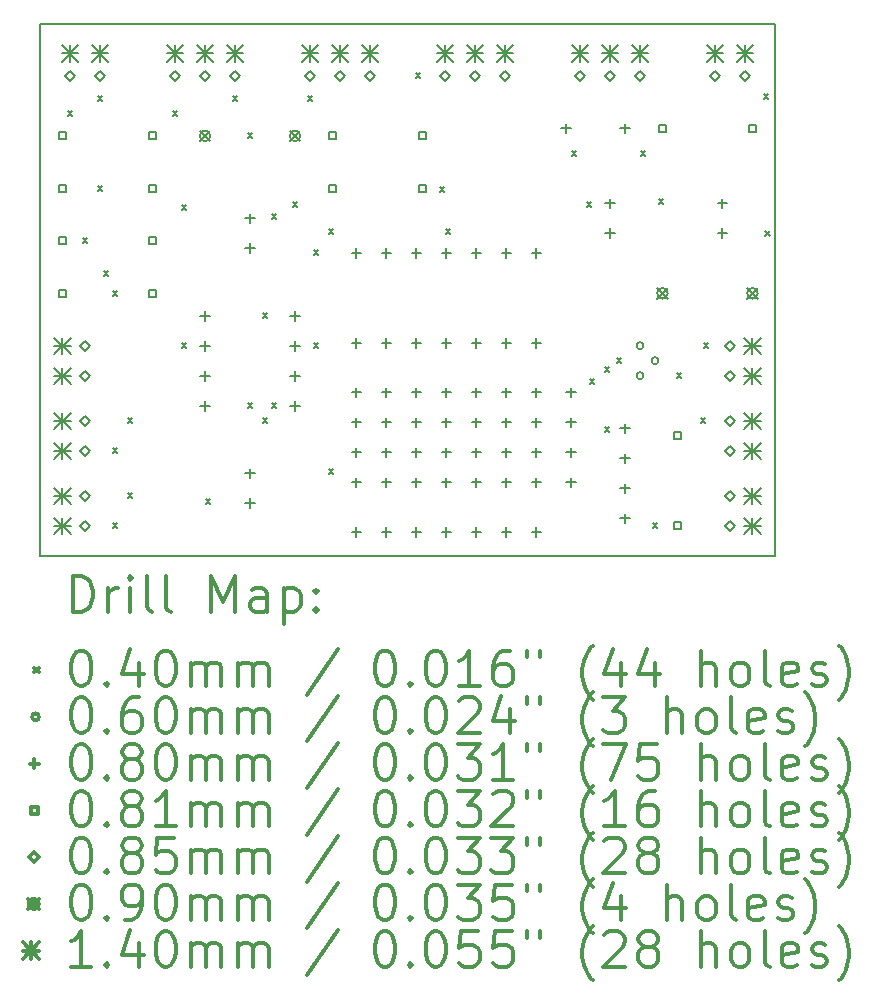
<source format=gbr>
%FSLAX45Y45*%
G04 Gerber Fmt 4.5, Leading zero omitted, Abs format (unit mm)*
G04 Created by KiCad (PCBNEW (2017-11-10 revision 636298b5d)-pre-sym-lib) date Thursday, December 14, 2017 'PMt' 04:52:31 PM*
%MOMM*%
%LPD*%
G01*
G04 APERTURE LIST*
%ADD10C,0.150000*%
%ADD11C,0.200000*%
%ADD12C,0.300000*%
G04 APERTURE END LIST*
D10*
X0Y0D02*
X6223000Y0D01*
X6223000Y4500000D02*
X6223000Y0D01*
X0Y4500000D02*
X6223000Y4500000D01*
X0Y0D02*
X0Y4500000D01*
D11*
X234000Y3766500D02*
X274000Y3726500D01*
X274000Y3766500D02*
X234000Y3726500D01*
X361000Y2687000D02*
X401000Y2647000D01*
X401000Y2687000D02*
X361000Y2647000D01*
X488000Y3893500D02*
X528000Y3853500D01*
X528000Y3893500D02*
X488000Y3853500D01*
X488000Y3131500D02*
X528000Y3091500D01*
X528000Y3131500D02*
X488000Y3091500D01*
X538800Y2407600D02*
X578800Y2367600D01*
X578800Y2407600D02*
X538800Y2367600D01*
X615000Y2242500D02*
X655000Y2202500D01*
X655000Y2242500D02*
X615000Y2202500D01*
X615000Y909000D02*
X655000Y869000D01*
X655000Y909000D02*
X615000Y869000D01*
X615000Y274000D02*
X655000Y234000D01*
X655000Y274000D02*
X615000Y234000D01*
X742000Y1163000D02*
X782000Y1123000D01*
X782000Y1163000D02*
X742000Y1123000D01*
X742000Y528000D02*
X782000Y488000D01*
X782000Y528000D02*
X742000Y488000D01*
X1123000Y3766500D02*
X1163000Y3726500D01*
X1163000Y3766500D02*
X1123000Y3726500D01*
X1199200Y2966400D02*
X1239200Y2926400D01*
X1239200Y2966400D02*
X1199200Y2926400D01*
X1199200Y1798000D02*
X1239200Y1758000D01*
X1239200Y1798000D02*
X1199200Y1758000D01*
X1402400Y477200D02*
X1442400Y437200D01*
X1442400Y477200D02*
X1402400Y437200D01*
X1631000Y3893500D02*
X1671000Y3853500D01*
X1671000Y3893500D02*
X1631000Y3853500D01*
X1758000Y3576000D02*
X1798000Y3536000D01*
X1798000Y3576000D02*
X1758000Y3536000D01*
X1758000Y1290000D02*
X1798000Y1250000D01*
X1798000Y1290000D02*
X1758000Y1250000D01*
X1885000Y2052000D02*
X1925000Y2012000D01*
X1925000Y2052000D02*
X1885000Y2012000D01*
X1885000Y1163000D02*
X1925000Y1123000D01*
X1925000Y1163000D02*
X1885000Y1123000D01*
X1961200Y2890200D02*
X2001200Y2850200D01*
X2001200Y2890200D02*
X1961200Y2850200D01*
X1961200Y1290000D02*
X2001200Y1250000D01*
X2001200Y1290000D02*
X1961200Y1250000D01*
X2139000Y2991800D02*
X2179000Y2951800D01*
X2179000Y2991800D02*
X2139000Y2951800D01*
X2266000Y3893500D02*
X2306000Y3853500D01*
X2306000Y3893500D02*
X2266000Y3853500D01*
X2316800Y2585400D02*
X2356800Y2545400D01*
X2356800Y2585400D02*
X2316800Y2545400D01*
X2316800Y1798000D02*
X2356800Y1758000D01*
X2356800Y1798000D02*
X2316800Y1758000D01*
X2443800Y2763200D02*
X2483800Y2723200D01*
X2483800Y2763200D02*
X2443800Y2723200D01*
X2443800Y731200D02*
X2483800Y691200D01*
X2483800Y731200D02*
X2443800Y691200D01*
X3180400Y4084000D02*
X3220400Y4044000D01*
X3220400Y4084000D02*
X3180400Y4044000D01*
X3383600Y3118800D02*
X3423600Y3078800D01*
X3423600Y3118800D02*
X3383600Y3078800D01*
X3434400Y2763200D02*
X3474400Y2723200D01*
X3474400Y2763200D02*
X3434400Y2723200D01*
X4501200Y3423600D02*
X4541200Y3383600D01*
X4541200Y3423600D02*
X4501200Y3383600D01*
X4628200Y2991800D02*
X4668200Y2951800D01*
X4668200Y2991800D02*
X4628200Y2951800D01*
X4653600Y1493200D02*
X4693600Y1453200D01*
X4693600Y1493200D02*
X4653600Y1453200D01*
X4780600Y1594800D02*
X4820600Y1554800D01*
X4820600Y1594800D02*
X4780600Y1554800D01*
X4780600Y1086800D02*
X4820600Y1046800D01*
X4820600Y1086800D02*
X4780600Y1046800D01*
X4882200Y1671000D02*
X4922200Y1631000D01*
X4922200Y1671000D02*
X4882200Y1631000D01*
X5085400Y3423600D02*
X5125400Y3383600D01*
X5125400Y3423600D02*
X5085400Y3383600D01*
X5187000Y274000D02*
X5227000Y234000D01*
X5227000Y274000D02*
X5187000Y234000D01*
X5237800Y3017200D02*
X5277800Y2977200D01*
X5277800Y3017200D02*
X5237800Y2977200D01*
X5390200Y1544000D02*
X5430200Y1504000D01*
X5430200Y1544000D02*
X5390200Y1504000D01*
X5593400Y1163000D02*
X5633400Y1123000D01*
X5633400Y1163000D02*
X5593400Y1123000D01*
X5618800Y1798000D02*
X5658800Y1758000D01*
X5658800Y1798000D02*
X5618800Y1758000D01*
X6126800Y3906200D02*
X6166800Y3866200D01*
X6166800Y3906200D02*
X6126800Y3866200D01*
X6139500Y2750500D02*
X6179500Y2710500D01*
X6179500Y2750500D02*
X6139500Y2710500D01*
X5110000Y1778000D02*
G75*
G03X5110000Y1778000I-30000J0D01*
G01*
X5110000Y1524000D02*
G75*
G03X5110000Y1524000I-30000J0D01*
G01*
X5237000Y1651000D02*
G75*
G03X5237000Y1651000I-30000J0D01*
G01*
X1778000Y738500D02*
X1778000Y658500D01*
X1738000Y698500D02*
X1818000Y698500D01*
X1778000Y488500D02*
X1778000Y408500D01*
X1738000Y448500D02*
X1818000Y448500D01*
X2679700Y1424300D02*
X2679700Y1344300D01*
X2639700Y1384300D02*
X2719700Y1384300D01*
X2679700Y1170300D02*
X2679700Y1090300D01*
X2639700Y1130300D02*
X2719700Y1130300D01*
X2679700Y916300D02*
X2679700Y836300D01*
X2639700Y876300D02*
X2719700Y876300D01*
X2679700Y662300D02*
X2679700Y582300D01*
X2639700Y622300D02*
X2719700Y622300D01*
X2933700Y1424300D02*
X2933700Y1344300D01*
X2893700Y1384300D02*
X2973700Y1384300D01*
X2933700Y1170300D02*
X2933700Y1090300D01*
X2893700Y1130300D02*
X2973700Y1130300D01*
X2933700Y916300D02*
X2933700Y836300D01*
X2893700Y876300D02*
X2973700Y876300D01*
X2933700Y662300D02*
X2933700Y582300D01*
X2893700Y622300D02*
X2973700Y622300D01*
X4453000Y3659500D02*
X4453000Y3579500D01*
X4413000Y3619500D02*
X4493000Y3619500D01*
X4953000Y3659500D02*
X4953000Y3579500D01*
X4913000Y3619500D02*
X4993000Y3619500D01*
X2679700Y243200D02*
X2679700Y163200D01*
X2639700Y203200D02*
X2719700Y203200D01*
X2933700Y243200D02*
X2933700Y163200D01*
X2893700Y203200D02*
X2973700Y203200D01*
X3187700Y243200D02*
X3187700Y163200D01*
X3147700Y203200D02*
X3227700Y203200D01*
X3441700Y243200D02*
X3441700Y163200D01*
X3401700Y203200D02*
X3481700Y203200D01*
X3695700Y243200D02*
X3695700Y163200D01*
X3655700Y203200D02*
X3735700Y203200D01*
X3949700Y243200D02*
X3949700Y163200D01*
X3909700Y203200D02*
X3989700Y203200D01*
X4203700Y243200D02*
X4203700Y163200D01*
X4163700Y203200D02*
X4243700Y203200D01*
X3441700Y1424300D02*
X3441700Y1344300D01*
X3401700Y1384300D02*
X3481700Y1384300D01*
X3441700Y1170300D02*
X3441700Y1090300D01*
X3401700Y1130300D02*
X3481700Y1130300D01*
X3441700Y916300D02*
X3441700Y836300D01*
X3401700Y876300D02*
X3481700Y876300D01*
X3441700Y662300D02*
X3441700Y582300D01*
X3401700Y622300D02*
X3481700Y622300D01*
X3695700Y1424300D02*
X3695700Y1344300D01*
X3655700Y1384300D02*
X3735700Y1384300D01*
X3695700Y1170300D02*
X3695700Y1090300D01*
X3655700Y1130300D02*
X3735700Y1130300D01*
X3695700Y916300D02*
X3695700Y836300D01*
X3655700Y876300D02*
X3735700Y876300D01*
X3695700Y662300D02*
X3695700Y582300D01*
X3655700Y622300D02*
X3735700Y622300D01*
X4203700Y1424300D02*
X4203700Y1344300D01*
X4163700Y1384300D02*
X4243700Y1384300D01*
X4203700Y1170300D02*
X4203700Y1090300D01*
X4163700Y1130300D02*
X4243700Y1130300D01*
X4203700Y916300D02*
X4203700Y836300D01*
X4163700Y876300D02*
X4243700Y876300D01*
X4203700Y662300D02*
X4203700Y582300D01*
X4163700Y622300D02*
X4243700Y622300D01*
X2159000Y1564000D02*
X2159000Y1484000D01*
X2119000Y1524000D02*
X2199000Y1524000D01*
X4953000Y1119500D02*
X4953000Y1039500D01*
X4913000Y1079500D02*
X4993000Y1079500D01*
X4953000Y865500D02*
X4953000Y785500D01*
X4913000Y825500D02*
X4993000Y825500D01*
X4953000Y611500D02*
X4953000Y531500D01*
X4913000Y571500D02*
X4993000Y571500D01*
X4953000Y357500D02*
X4953000Y277500D01*
X4913000Y317500D02*
X4993000Y317500D01*
X1397000Y2072000D02*
X1397000Y1992000D01*
X1357000Y2032000D02*
X1437000Y2032000D01*
X1397000Y1818000D02*
X1397000Y1738000D01*
X1357000Y1778000D02*
X1437000Y1778000D01*
X1397000Y1564000D02*
X1397000Y1484000D01*
X1357000Y1524000D02*
X1437000Y1524000D01*
X1397000Y1310000D02*
X1397000Y1230000D01*
X1357000Y1270000D02*
X1437000Y1270000D01*
X2159000Y2072000D02*
X2159000Y1992000D01*
X2119000Y2032000D02*
X2199000Y2032000D01*
X2159000Y1818000D02*
X2159000Y1738000D01*
X2119000Y1778000D02*
X2199000Y1778000D01*
X2159000Y1310000D02*
X2159000Y1230000D01*
X2119000Y1270000D02*
X2199000Y1270000D01*
X3949700Y1424300D02*
X3949700Y1344300D01*
X3909700Y1384300D02*
X3989700Y1384300D01*
X3949700Y1170300D02*
X3949700Y1090300D01*
X3909700Y1130300D02*
X3989700Y1130300D01*
X3949700Y916300D02*
X3949700Y836300D01*
X3909700Y876300D02*
X3989700Y876300D01*
X3949700Y662300D02*
X3949700Y582300D01*
X3909700Y622300D02*
X3989700Y622300D01*
X4495800Y1424300D02*
X4495800Y1344300D01*
X4455800Y1384300D02*
X4535800Y1384300D01*
X4495800Y1170300D02*
X4495800Y1090300D01*
X4455800Y1130300D02*
X4535800Y1130300D01*
X4495800Y916300D02*
X4495800Y836300D01*
X4455800Y876300D02*
X4535800Y876300D01*
X4495800Y662300D02*
X4495800Y582300D01*
X4455800Y622300D02*
X4535800Y622300D01*
X3187700Y1424300D02*
X3187700Y1344300D01*
X3147700Y1384300D02*
X3227700Y1384300D01*
X3187700Y1170300D02*
X3187700Y1090300D01*
X3147700Y1130300D02*
X3227700Y1130300D01*
X3187700Y916300D02*
X3187700Y836300D01*
X3147700Y876300D02*
X3227700Y876300D01*
X2679700Y2605400D02*
X2679700Y2525400D01*
X2639700Y2565400D02*
X2719700Y2565400D01*
X2933700Y2605400D02*
X2933700Y2525400D01*
X2893700Y2565400D02*
X2973700Y2565400D01*
X2933700Y1843400D02*
X2933700Y1763400D01*
X2893700Y1803400D02*
X2973700Y1803400D01*
X3187700Y2605400D02*
X3187700Y2525400D01*
X3147700Y2565400D02*
X3227700Y2565400D01*
X3187700Y1843400D02*
X3187700Y1763400D01*
X3147700Y1803400D02*
X3227700Y1803400D01*
X3441700Y2605400D02*
X3441700Y2525400D01*
X3401700Y2565400D02*
X3481700Y2565400D01*
X3441700Y1843400D02*
X3441700Y1763400D01*
X3401700Y1803400D02*
X3481700Y1803400D01*
X3695700Y2605400D02*
X3695700Y2525400D01*
X3655700Y2565400D02*
X3735700Y2565400D01*
X3695700Y1843400D02*
X3695700Y1763400D01*
X3655700Y1803400D02*
X3735700Y1803400D01*
X3949700Y2605400D02*
X3949700Y2525400D01*
X3909700Y2565400D02*
X3989700Y2565400D01*
X3949700Y1843400D02*
X3949700Y1763400D01*
X3909700Y1803400D02*
X3989700Y1803400D01*
X4203700Y1843400D02*
X4203700Y1763400D01*
X4163700Y1803400D02*
X4243700Y1803400D01*
X1778000Y2897500D02*
X1778000Y2817500D01*
X1738000Y2857500D02*
X1818000Y2857500D01*
X1778000Y2647500D02*
X1778000Y2567500D01*
X1738000Y2607500D02*
X1818000Y2607500D01*
X4826000Y3024500D02*
X4826000Y2944500D01*
X4786000Y2984500D02*
X4866000Y2984500D01*
X2679700Y1843400D02*
X2679700Y1763400D01*
X2639700Y1803400D02*
X2719700Y1803400D01*
X4203700Y2605400D02*
X4203700Y2525400D01*
X4163700Y2565400D02*
X4243700Y2565400D01*
X3187700Y662300D02*
X3187700Y582300D01*
X3147700Y622300D02*
X3227700Y622300D01*
X5778500Y3024500D02*
X5778500Y2944500D01*
X5738500Y2984500D02*
X5818500Y2984500D01*
X5778500Y2774500D02*
X5778500Y2694500D01*
X5738500Y2734500D02*
X5818500Y2734500D01*
X4826000Y2774500D02*
X4826000Y2694500D01*
X4786000Y2734500D02*
X4866000Y2734500D01*
X2505237Y3527263D02*
X2505237Y3584737D01*
X2447763Y3584737D01*
X2447763Y3527263D01*
X2505237Y3527263D01*
X3267237Y3527263D02*
X3267237Y3584737D01*
X3209763Y3584737D01*
X3209763Y3527263D01*
X3267237Y3527263D01*
X5299237Y3590763D02*
X5299237Y3648237D01*
X5241763Y3648237D01*
X5241763Y3590763D01*
X5299237Y3590763D01*
X6061237Y3590763D02*
X6061237Y3648237D01*
X6003763Y3648237D01*
X6003763Y3590763D01*
X6061237Y3590763D01*
X219237Y2638263D02*
X219237Y2695737D01*
X161763Y2695737D01*
X161763Y2638263D01*
X219237Y2638263D01*
X219237Y3082763D02*
X219237Y3140237D01*
X161763Y3140237D01*
X161763Y3082763D01*
X219237Y3082763D01*
X981237Y3082763D02*
X981237Y3140237D01*
X923763Y3140237D01*
X923763Y3082763D01*
X981237Y3082763D01*
X219237Y2193763D02*
X219237Y2251237D01*
X161763Y2251237D01*
X161763Y2193763D01*
X219237Y2193763D01*
X981237Y2193763D02*
X981237Y2251237D01*
X923763Y2251237D01*
X923763Y2193763D01*
X981237Y2193763D01*
X5426237Y987263D02*
X5426237Y1044737D01*
X5368763Y1044737D01*
X5368763Y987263D01*
X5426237Y987263D01*
X5426237Y225263D02*
X5426237Y282737D01*
X5368763Y282737D01*
X5368763Y225263D01*
X5426237Y225263D01*
X981237Y2638263D02*
X981237Y2695737D01*
X923763Y2695737D01*
X923763Y2638263D01*
X981237Y2638263D01*
X219237Y3527263D02*
X219237Y3584737D01*
X161763Y3584737D01*
X161763Y3527263D01*
X219237Y3527263D01*
X981237Y3527263D02*
X981237Y3584737D01*
X923763Y3584737D01*
X923763Y3527263D01*
X981237Y3527263D01*
X2505237Y3082763D02*
X2505237Y3140237D01*
X2447763Y3140237D01*
X2447763Y3082763D01*
X2505237Y3082763D01*
X3267237Y3082763D02*
X3267237Y3140237D01*
X3209763Y3140237D01*
X3209763Y3082763D01*
X3267237Y3082763D01*
X381000Y1100500D02*
X423500Y1143000D01*
X381000Y1185500D01*
X338500Y1143000D01*
X381000Y1100500D01*
X381000Y846500D02*
X423500Y889000D01*
X381000Y931500D01*
X338500Y889000D01*
X381000Y846500D01*
X508000Y4021500D02*
X550500Y4064000D01*
X508000Y4106500D01*
X465500Y4064000D01*
X508000Y4021500D01*
X5842000Y1735500D02*
X5884500Y1778000D01*
X5842000Y1820500D01*
X5799500Y1778000D01*
X5842000Y1735500D01*
X5842000Y1481500D02*
X5884500Y1524000D01*
X5842000Y1566500D01*
X5799500Y1524000D01*
X5842000Y1481500D01*
X5842000Y1100500D02*
X5884500Y1143000D01*
X5842000Y1185500D01*
X5799500Y1143000D01*
X5842000Y1100500D01*
X5842000Y846500D02*
X5884500Y889000D01*
X5842000Y931500D01*
X5799500Y889000D01*
X5842000Y846500D01*
X381000Y465500D02*
X423500Y508000D01*
X381000Y550500D01*
X338500Y508000D01*
X381000Y465500D01*
X381000Y211500D02*
X423500Y254000D01*
X381000Y296500D01*
X338500Y254000D01*
X381000Y211500D01*
X3429000Y4021500D02*
X3471500Y4064000D01*
X3429000Y4106500D01*
X3386500Y4064000D01*
X3429000Y4021500D01*
X3683000Y4021500D02*
X3725500Y4064000D01*
X3683000Y4106500D01*
X3640500Y4064000D01*
X3683000Y4021500D01*
X3937000Y4021500D02*
X3979500Y4064000D01*
X3937000Y4106500D01*
X3894500Y4064000D01*
X3937000Y4021500D01*
X5842000Y465500D02*
X5884500Y508000D01*
X5842000Y550500D01*
X5799500Y508000D01*
X5842000Y465500D01*
X5842000Y211500D02*
X5884500Y254000D01*
X5842000Y296500D01*
X5799500Y254000D01*
X5842000Y211500D01*
X4572000Y4021500D02*
X4614500Y4064000D01*
X4572000Y4106500D01*
X4529500Y4064000D01*
X4572000Y4021500D01*
X4826000Y4021500D02*
X4868500Y4064000D01*
X4826000Y4106500D01*
X4783500Y4064000D01*
X4826000Y4021500D01*
X5080000Y4021500D02*
X5122500Y4064000D01*
X5080000Y4106500D01*
X5037500Y4064000D01*
X5080000Y4021500D01*
X1143000Y4021500D02*
X1185500Y4064000D01*
X1143000Y4106500D01*
X1100500Y4064000D01*
X1143000Y4021500D01*
X1397000Y4021500D02*
X1439500Y4064000D01*
X1397000Y4106500D01*
X1354500Y4064000D01*
X1397000Y4021500D01*
X1651000Y4021500D02*
X1693500Y4064000D01*
X1651000Y4106500D01*
X1608500Y4064000D01*
X1651000Y4021500D01*
X381000Y1735500D02*
X423500Y1778000D01*
X381000Y1820500D01*
X338500Y1778000D01*
X381000Y1735500D01*
X381000Y1481500D02*
X423500Y1524000D01*
X381000Y1566500D01*
X338500Y1524000D01*
X381000Y1481500D01*
X2286000Y4021500D02*
X2328500Y4064000D01*
X2286000Y4106500D01*
X2243500Y4064000D01*
X2286000Y4021500D01*
X2540000Y4021500D02*
X2582500Y4064000D01*
X2540000Y4106500D01*
X2497500Y4064000D01*
X2540000Y4021500D01*
X2794000Y4021500D02*
X2836500Y4064000D01*
X2794000Y4106500D01*
X2751500Y4064000D01*
X2794000Y4021500D01*
X5715000Y4021500D02*
X5757500Y4064000D01*
X5715000Y4106500D01*
X5672500Y4064000D01*
X5715000Y4021500D01*
X5969000Y4021500D02*
X6011500Y4064000D01*
X5969000Y4106500D01*
X5926500Y4064000D01*
X5969000Y4021500D01*
X254000Y4021500D02*
X296500Y4064000D01*
X254000Y4106500D01*
X211500Y4064000D01*
X254000Y4021500D01*
X5225500Y2267500D02*
X5315500Y2177500D01*
X5315500Y2267500D02*
X5225500Y2177500D01*
X5315500Y2222500D02*
G75*
G03X5315500Y2222500I-45000J0D01*
G01*
X1352000Y3601000D02*
X1442000Y3511000D01*
X1442000Y3601000D02*
X1352000Y3511000D01*
X1442000Y3556000D02*
G75*
G03X1442000Y3556000I-45000J0D01*
G01*
X2114000Y3601000D02*
X2204000Y3511000D01*
X2204000Y3601000D02*
X2114000Y3511000D01*
X2204000Y3556000D02*
G75*
G03X2204000Y3556000I-45000J0D01*
G01*
X5987500Y2267500D02*
X6077500Y2177500D01*
X6077500Y2267500D02*
X5987500Y2177500D01*
X6077500Y2222500D02*
G75*
G03X6077500Y2222500I-45000J0D01*
G01*
X5962500Y1213000D02*
X6102500Y1073000D01*
X6102500Y1213000D02*
X5962500Y1073000D01*
X6032500Y1213000D02*
X6032500Y1073000D01*
X5962500Y1143000D02*
X6102500Y1143000D01*
X5962500Y959000D02*
X6102500Y819000D01*
X6102500Y959000D02*
X5962500Y819000D01*
X6032500Y959000D02*
X6032500Y819000D01*
X5962500Y889000D02*
X6102500Y889000D01*
X120500Y578000D02*
X260500Y438000D01*
X260500Y578000D02*
X120500Y438000D01*
X190500Y578000D02*
X190500Y438000D01*
X120500Y508000D02*
X260500Y508000D01*
X120500Y324000D02*
X260500Y184000D01*
X260500Y324000D02*
X120500Y184000D01*
X190500Y324000D02*
X190500Y184000D01*
X120500Y254000D02*
X260500Y254000D01*
X3867000Y4324500D02*
X4007000Y4184500D01*
X4007000Y4324500D02*
X3867000Y4184500D01*
X3937000Y4324500D02*
X3937000Y4184500D01*
X3867000Y4254500D02*
X4007000Y4254500D01*
X4502000Y4324500D02*
X4642000Y4184500D01*
X4642000Y4324500D02*
X4502000Y4184500D01*
X4572000Y4324500D02*
X4572000Y4184500D01*
X4502000Y4254500D02*
X4642000Y4254500D01*
X4756000Y4324500D02*
X4896000Y4184500D01*
X4896000Y4324500D02*
X4756000Y4184500D01*
X4826000Y4324500D02*
X4826000Y4184500D01*
X4756000Y4254500D02*
X4896000Y4254500D01*
X5010000Y4324500D02*
X5150000Y4184500D01*
X5150000Y4324500D02*
X5010000Y4184500D01*
X5080000Y4324500D02*
X5080000Y4184500D01*
X5010000Y4254500D02*
X5150000Y4254500D01*
X3359000Y4324500D02*
X3499000Y4184500D01*
X3499000Y4324500D02*
X3359000Y4184500D01*
X3429000Y4324500D02*
X3429000Y4184500D01*
X3359000Y4254500D02*
X3499000Y4254500D01*
X3613000Y4324500D02*
X3753000Y4184500D01*
X3753000Y4324500D02*
X3613000Y4184500D01*
X3683000Y4324500D02*
X3683000Y4184500D01*
X3613000Y4254500D02*
X3753000Y4254500D01*
X5962500Y578000D02*
X6102500Y438000D01*
X6102500Y578000D02*
X5962500Y438000D01*
X6032500Y578000D02*
X6032500Y438000D01*
X5962500Y508000D02*
X6102500Y508000D01*
X5962500Y324000D02*
X6102500Y184000D01*
X6102500Y324000D02*
X5962500Y184000D01*
X6032500Y324000D02*
X6032500Y184000D01*
X5962500Y254000D02*
X6102500Y254000D01*
X1073000Y4324500D02*
X1213000Y4184500D01*
X1213000Y4324500D02*
X1073000Y4184500D01*
X1143000Y4324500D02*
X1143000Y4184500D01*
X1073000Y4254500D02*
X1213000Y4254500D01*
X1327000Y4324500D02*
X1467000Y4184500D01*
X1467000Y4324500D02*
X1327000Y4184500D01*
X1397000Y4324500D02*
X1397000Y4184500D01*
X1327000Y4254500D02*
X1467000Y4254500D01*
X1581000Y4324500D02*
X1721000Y4184500D01*
X1721000Y4324500D02*
X1581000Y4184500D01*
X1651000Y4324500D02*
X1651000Y4184500D01*
X1581000Y4254500D02*
X1721000Y4254500D01*
X120500Y1848000D02*
X260500Y1708000D01*
X260500Y1848000D02*
X120500Y1708000D01*
X190500Y1848000D02*
X190500Y1708000D01*
X120500Y1778000D02*
X260500Y1778000D01*
X120500Y1594000D02*
X260500Y1454000D01*
X260500Y1594000D02*
X120500Y1454000D01*
X190500Y1594000D02*
X190500Y1454000D01*
X120500Y1524000D02*
X260500Y1524000D01*
X2216000Y4324500D02*
X2356000Y4184500D01*
X2356000Y4324500D02*
X2216000Y4184500D01*
X2286000Y4324500D02*
X2286000Y4184500D01*
X2216000Y4254500D02*
X2356000Y4254500D01*
X2470000Y4324500D02*
X2610000Y4184500D01*
X2610000Y4324500D02*
X2470000Y4184500D01*
X2540000Y4324500D02*
X2540000Y4184500D01*
X2470000Y4254500D02*
X2610000Y4254500D01*
X2724000Y4324500D02*
X2864000Y4184500D01*
X2864000Y4324500D02*
X2724000Y4184500D01*
X2794000Y4324500D02*
X2794000Y4184500D01*
X2724000Y4254500D02*
X2864000Y4254500D01*
X5645000Y4324500D02*
X5785000Y4184500D01*
X5785000Y4324500D02*
X5645000Y4184500D01*
X5715000Y4324500D02*
X5715000Y4184500D01*
X5645000Y4254500D02*
X5785000Y4254500D01*
X5899000Y4324500D02*
X6039000Y4184500D01*
X6039000Y4324500D02*
X5899000Y4184500D01*
X5969000Y4324500D02*
X5969000Y4184500D01*
X5899000Y4254500D02*
X6039000Y4254500D01*
X184000Y4324500D02*
X324000Y4184500D01*
X324000Y4324500D02*
X184000Y4184500D01*
X254000Y4324500D02*
X254000Y4184500D01*
X184000Y4254500D02*
X324000Y4254500D01*
X438000Y4324500D02*
X578000Y4184500D01*
X578000Y4324500D02*
X438000Y4184500D01*
X508000Y4324500D02*
X508000Y4184500D01*
X438000Y4254500D02*
X578000Y4254500D01*
X120500Y959000D02*
X260500Y819000D01*
X260500Y959000D02*
X120500Y819000D01*
X190500Y959000D02*
X190500Y819000D01*
X120500Y889000D02*
X260500Y889000D01*
X5962500Y1848000D02*
X6102500Y1708000D01*
X6102500Y1848000D02*
X5962500Y1708000D01*
X6032500Y1848000D02*
X6032500Y1708000D01*
X5962500Y1778000D02*
X6102500Y1778000D01*
X5962500Y1594000D02*
X6102500Y1454000D01*
X6102500Y1594000D02*
X5962500Y1454000D01*
X6032500Y1594000D02*
X6032500Y1454000D01*
X5962500Y1524000D02*
X6102500Y1524000D01*
X120500Y1213000D02*
X260500Y1073000D01*
X260500Y1213000D02*
X120500Y1073000D01*
X190500Y1213000D02*
X190500Y1073000D01*
X120500Y1143000D02*
X260500Y1143000D01*
D12*
X278928Y-473214D02*
X278928Y-173214D01*
X350357Y-173214D01*
X393214Y-187500D01*
X421786Y-216071D01*
X436071Y-244643D01*
X450357Y-301786D01*
X450357Y-344643D01*
X436071Y-401786D01*
X421786Y-430357D01*
X393214Y-458929D01*
X350357Y-473214D01*
X278928Y-473214D01*
X578928Y-473214D02*
X578928Y-273214D01*
X578928Y-330357D02*
X593214Y-301786D01*
X607500Y-287500D01*
X636071Y-273214D01*
X664643Y-273214D01*
X764643Y-473214D02*
X764643Y-273214D01*
X764643Y-173214D02*
X750357Y-187500D01*
X764643Y-201786D01*
X778928Y-187500D01*
X764643Y-173214D01*
X764643Y-201786D01*
X950357Y-473214D02*
X921786Y-458929D01*
X907500Y-430357D01*
X907500Y-173214D01*
X1107500Y-473214D02*
X1078928Y-458929D01*
X1064643Y-430357D01*
X1064643Y-173214D01*
X1450357Y-473214D02*
X1450357Y-173214D01*
X1550357Y-387500D01*
X1650357Y-173214D01*
X1650357Y-473214D01*
X1921786Y-473214D02*
X1921786Y-316072D01*
X1907500Y-287500D01*
X1878928Y-273214D01*
X1821786Y-273214D01*
X1793214Y-287500D01*
X1921786Y-458929D02*
X1893214Y-473214D01*
X1821786Y-473214D01*
X1793214Y-458929D01*
X1778928Y-430357D01*
X1778928Y-401786D01*
X1793214Y-373214D01*
X1821786Y-358929D01*
X1893214Y-358929D01*
X1921786Y-344643D01*
X2064643Y-273214D02*
X2064643Y-573214D01*
X2064643Y-287500D02*
X2093214Y-273214D01*
X2150357Y-273214D01*
X2178928Y-287500D01*
X2193214Y-301786D01*
X2207500Y-330357D01*
X2207500Y-416071D01*
X2193214Y-444643D01*
X2178928Y-458929D01*
X2150357Y-473214D01*
X2093214Y-473214D01*
X2064643Y-458929D01*
X2336071Y-444643D02*
X2350357Y-458929D01*
X2336071Y-473214D01*
X2321786Y-458929D01*
X2336071Y-444643D01*
X2336071Y-473214D01*
X2336071Y-287500D02*
X2350357Y-301786D01*
X2336071Y-316072D01*
X2321786Y-301786D01*
X2336071Y-287500D01*
X2336071Y-316072D01*
X-47500Y-947500D02*
X-7500Y-987500D01*
X-7500Y-947500D02*
X-47500Y-987500D01*
X336071Y-803214D02*
X364643Y-803214D01*
X393214Y-817500D01*
X407500Y-831786D01*
X421786Y-860357D01*
X436071Y-917500D01*
X436071Y-988929D01*
X421786Y-1046071D01*
X407500Y-1074643D01*
X393214Y-1088929D01*
X364643Y-1103214D01*
X336071Y-1103214D01*
X307500Y-1088929D01*
X293214Y-1074643D01*
X278928Y-1046071D01*
X264643Y-988929D01*
X264643Y-917500D01*
X278928Y-860357D01*
X293214Y-831786D01*
X307500Y-817500D01*
X336071Y-803214D01*
X564643Y-1074643D02*
X578928Y-1088929D01*
X564643Y-1103214D01*
X550357Y-1088929D01*
X564643Y-1074643D01*
X564643Y-1103214D01*
X836071Y-903214D02*
X836071Y-1103214D01*
X764643Y-788929D02*
X693214Y-1003214D01*
X878928Y-1003214D01*
X1050357Y-803214D02*
X1078928Y-803214D01*
X1107500Y-817500D01*
X1121786Y-831786D01*
X1136071Y-860357D01*
X1150357Y-917500D01*
X1150357Y-988929D01*
X1136071Y-1046071D01*
X1121786Y-1074643D01*
X1107500Y-1088929D01*
X1078928Y-1103214D01*
X1050357Y-1103214D01*
X1021786Y-1088929D01*
X1007500Y-1074643D01*
X993214Y-1046071D01*
X978928Y-988929D01*
X978928Y-917500D01*
X993214Y-860357D01*
X1007500Y-831786D01*
X1021786Y-817500D01*
X1050357Y-803214D01*
X1278928Y-1103214D02*
X1278928Y-903214D01*
X1278928Y-931786D02*
X1293214Y-917500D01*
X1321786Y-903214D01*
X1364643Y-903214D01*
X1393214Y-917500D01*
X1407500Y-946071D01*
X1407500Y-1103214D01*
X1407500Y-946071D02*
X1421786Y-917500D01*
X1450357Y-903214D01*
X1493214Y-903214D01*
X1521786Y-917500D01*
X1536071Y-946071D01*
X1536071Y-1103214D01*
X1678928Y-1103214D02*
X1678928Y-903214D01*
X1678928Y-931786D02*
X1693214Y-917500D01*
X1721786Y-903214D01*
X1764643Y-903214D01*
X1793214Y-917500D01*
X1807500Y-946071D01*
X1807500Y-1103214D01*
X1807500Y-946071D02*
X1821786Y-917500D01*
X1850357Y-903214D01*
X1893214Y-903214D01*
X1921786Y-917500D01*
X1936071Y-946071D01*
X1936071Y-1103214D01*
X2521786Y-788929D02*
X2264643Y-1174643D01*
X2907500Y-803214D02*
X2936071Y-803214D01*
X2964643Y-817500D01*
X2978928Y-831786D01*
X2993214Y-860357D01*
X3007500Y-917500D01*
X3007500Y-988929D01*
X2993214Y-1046071D01*
X2978928Y-1074643D01*
X2964643Y-1088929D01*
X2936071Y-1103214D01*
X2907500Y-1103214D01*
X2878928Y-1088929D01*
X2864643Y-1074643D01*
X2850357Y-1046071D01*
X2836071Y-988929D01*
X2836071Y-917500D01*
X2850357Y-860357D01*
X2864643Y-831786D01*
X2878928Y-817500D01*
X2907500Y-803214D01*
X3136071Y-1074643D02*
X3150357Y-1088929D01*
X3136071Y-1103214D01*
X3121786Y-1088929D01*
X3136071Y-1074643D01*
X3136071Y-1103214D01*
X3336071Y-803214D02*
X3364643Y-803214D01*
X3393214Y-817500D01*
X3407500Y-831786D01*
X3421786Y-860357D01*
X3436071Y-917500D01*
X3436071Y-988929D01*
X3421786Y-1046071D01*
X3407500Y-1074643D01*
X3393214Y-1088929D01*
X3364643Y-1103214D01*
X3336071Y-1103214D01*
X3307500Y-1088929D01*
X3293214Y-1074643D01*
X3278928Y-1046071D01*
X3264643Y-988929D01*
X3264643Y-917500D01*
X3278928Y-860357D01*
X3293214Y-831786D01*
X3307500Y-817500D01*
X3336071Y-803214D01*
X3721786Y-1103214D02*
X3550357Y-1103214D01*
X3636071Y-1103214D02*
X3636071Y-803214D01*
X3607500Y-846071D01*
X3578928Y-874643D01*
X3550357Y-888929D01*
X3978928Y-803214D02*
X3921786Y-803214D01*
X3893214Y-817500D01*
X3878928Y-831786D01*
X3850357Y-874643D01*
X3836071Y-931786D01*
X3836071Y-1046071D01*
X3850357Y-1074643D01*
X3864643Y-1088929D01*
X3893214Y-1103214D01*
X3950357Y-1103214D01*
X3978928Y-1088929D01*
X3993214Y-1074643D01*
X4007500Y-1046071D01*
X4007500Y-974643D01*
X3993214Y-946071D01*
X3978928Y-931786D01*
X3950357Y-917500D01*
X3893214Y-917500D01*
X3864643Y-931786D01*
X3850357Y-946071D01*
X3836071Y-974643D01*
X4121786Y-803214D02*
X4121786Y-860357D01*
X4236071Y-803214D02*
X4236071Y-860357D01*
X4678928Y-1217500D02*
X4664643Y-1203214D01*
X4636071Y-1160357D01*
X4621786Y-1131786D01*
X4607500Y-1088929D01*
X4593214Y-1017500D01*
X4593214Y-960357D01*
X4607500Y-888929D01*
X4621786Y-846071D01*
X4636071Y-817500D01*
X4664643Y-774643D01*
X4678928Y-760357D01*
X4921786Y-903214D02*
X4921786Y-1103214D01*
X4850357Y-788929D02*
X4778928Y-1003214D01*
X4964643Y-1003214D01*
X5207500Y-903214D02*
X5207500Y-1103214D01*
X5136071Y-788929D02*
X5064643Y-1003214D01*
X5250357Y-1003214D01*
X5593214Y-1103214D02*
X5593214Y-803214D01*
X5721786Y-1103214D02*
X5721786Y-946071D01*
X5707500Y-917500D01*
X5678928Y-903214D01*
X5636071Y-903214D01*
X5607500Y-917500D01*
X5593214Y-931786D01*
X5907500Y-1103214D02*
X5878928Y-1088929D01*
X5864643Y-1074643D01*
X5850357Y-1046071D01*
X5850357Y-960357D01*
X5864643Y-931786D01*
X5878928Y-917500D01*
X5907500Y-903214D01*
X5950357Y-903214D01*
X5978928Y-917500D01*
X5993214Y-931786D01*
X6007500Y-960357D01*
X6007500Y-1046071D01*
X5993214Y-1074643D01*
X5978928Y-1088929D01*
X5950357Y-1103214D01*
X5907500Y-1103214D01*
X6178928Y-1103214D02*
X6150357Y-1088929D01*
X6136071Y-1060357D01*
X6136071Y-803214D01*
X6407500Y-1088929D02*
X6378928Y-1103214D01*
X6321786Y-1103214D01*
X6293214Y-1088929D01*
X6278928Y-1060357D01*
X6278928Y-946071D01*
X6293214Y-917500D01*
X6321786Y-903214D01*
X6378928Y-903214D01*
X6407500Y-917500D01*
X6421786Y-946071D01*
X6421786Y-974643D01*
X6278928Y-1003214D01*
X6536071Y-1088929D02*
X6564643Y-1103214D01*
X6621786Y-1103214D01*
X6650357Y-1088929D01*
X6664643Y-1060357D01*
X6664643Y-1046071D01*
X6650357Y-1017500D01*
X6621786Y-1003214D01*
X6578928Y-1003214D01*
X6550357Y-988929D01*
X6536071Y-960357D01*
X6536071Y-946071D01*
X6550357Y-917500D01*
X6578928Y-903214D01*
X6621786Y-903214D01*
X6650357Y-917500D01*
X6764643Y-1217500D02*
X6778928Y-1203214D01*
X6807500Y-1160357D01*
X6821786Y-1131786D01*
X6836071Y-1088929D01*
X6850357Y-1017500D01*
X6850357Y-960357D01*
X6836071Y-888929D01*
X6821786Y-846071D01*
X6807500Y-817500D01*
X6778928Y-774643D01*
X6764643Y-760357D01*
X-7500Y-1363500D02*
G75*
G03X-7500Y-1363500I-30000J0D01*
G01*
X336071Y-1199214D02*
X364643Y-1199214D01*
X393214Y-1213500D01*
X407500Y-1227786D01*
X421786Y-1256357D01*
X436071Y-1313500D01*
X436071Y-1384929D01*
X421786Y-1442071D01*
X407500Y-1470643D01*
X393214Y-1484929D01*
X364643Y-1499214D01*
X336071Y-1499214D01*
X307500Y-1484929D01*
X293214Y-1470643D01*
X278928Y-1442071D01*
X264643Y-1384929D01*
X264643Y-1313500D01*
X278928Y-1256357D01*
X293214Y-1227786D01*
X307500Y-1213500D01*
X336071Y-1199214D01*
X564643Y-1470643D02*
X578928Y-1484929D01*
X564643Y-1499214D01*
X550357Y-1484929D01*
X564643Y-1470643D01*
X564643Y-1499214D01*
X836071Y-1199214D02*
X778928Y-1199214D01*
X750357Y-1213500D01*
X736071Y-1227786D01*
X707500Y-1270643D01*
X693214Y-1327786D01*
X693214Y-1442071D01*
X707500Y-1470643D01*
X721786Y-1484929D01*
X750357Y-1499214D01*
X807500Y-1499214D01*
X836071Y-1484929D01*
X850357Y-1470643D01*
X864643Y-1442071D01*
X864643Y-1370643D01*
X850357Y-1342072D01*
X836071Y-1327786D01*
X807500Y-1313500D01*
X750357Y-1313500D01*
X721786Y-1327786D01*
X707500Y-1342072D01*
X693214Y-1370643D01*
X1050357Y-1199214D02*
X1078928Y-1199214D01*
X1107500Y-1213500D01*
X1121786Y-1227786D01*
X1136071Y-1256357D01*
X1150357Y-1313500D01*
X1150357Y-1384929D01*
X1136071Y-1442071D01*
X1121786Y-1470643D01*
X1107500Y-1484929D01*
X1078928Y-1499214D01*
X1050357Y-1499214D01*
X1021786Y-1484929D01*
X1007500Y-1470643D01*
X993214Y-1442071D01*
X978928Y-1384929D01*
X978928Y-1313500D01*
X993214Y-1256357D01*
X1007500Y-1227786D01*
X1021786Y-1213500D01*
X1050357Y-1199214D01*
X1278928Y-1499214D02*
X1278928Y-1299214D01*
X1278928Y-1327786D02*
X1293214Y-1313500D01*
X1321786Y-1299214D01*
X1364643Y-1299214D01*
X1393214Y-1313500D01*
X1407500Y-1342072D01*
X1407500Y-1499214D01*
X1407500Y-1342072D02*
X1421786Y-1313500D01*
X1450357Y-1299214D01*
X1493214Y-1299214D01*
X1521786Y-1313500D01*
X1536071Y-1342072D01*
X1536071Y-1499214D01*
X1678928Y-1499214D02*
X1678928Y-1299214D01*
X1678928Y-1327786D02*
X1693214Y-1313500D01*
X1721786Y-1299214D01*
X1764643Y-1299214D01*
X1793214Y-1313500D01*
X1807500Y-1342072D01*
X1807500Y-1499214D01*
X1807500Y-1342072D02*
X1821786Y-1313500D01*
X1850357Y-1299214D01*
X1893214Y-1299214D01*
X1921786Y-1313500D01*
X1936071Y-1342072D01*
X1936071Y-1499214D01*
X2521786Y-1184929D02*
X2264643Y-1570643D01*
X2907500Y-1199214D02*
X2936071Y-1199214D01*
X2964643Y-1213500D01*
X2978928Y-1227786D01*
X2993214Y-1256357D01*
X3007500Y-1313500D01*
X3007500Y-1384929D01*
X2993214Y-1442071D01*
X2978928Y-1470643D01*
X2964643Y-1484929D01*
X2936071Y-1499214D01*
X2907500Y-1499214D01*
X2878928Y-1484929D01*
X2864643Y-1470643D01*
X2850357Y-1442071D01*
X2836071Y-1384929D01*
X2836071Y-1313500D01*
X2850357Y-1256357D01*
X2864643Y-1227786D01*
X2878928Y-1213500D01*
X2907500Y-1199214D01*
X3136071Y-1470643D02*
X3150357Y-1484929D01*
X3136071Y-1499214D01*
X3121786Y-1484929D01*
X3136071Y-1470643D01*
X3136071Y-1499214D01*
X3336071Y-1199214D02*
X3364643Y-1199214D01*
X3393214Y-1213500D01*
X3407500Y-1227786D01*
X3421786Y-1256357D01*
X3436071Y-1313500D01*
X3436071Y-1384929D01*
X3421786Y-1442071D01*
X3407500Y-1470643D01*
X3393214Y-1484929D01*
X3364643Y-1499214D01*
X3336071Y-1499214D01*
X3307500Y-1484929D01*
X3293214Y-1470643D01*
X3278928Y-1442071D01*
X3264643Y-1384929D01*
X3264643Y-1313500D01*
X3278928Y-1256357D01*
X3293214Y-1227786D01*
X3307500Y-1213500D01*
X3336071Y-1199214D01*
X3550357Y-1227786D02*
X3564643Y-1213500D01*
X3593214Y-1199214D01*
X3664643Y-1199214D01*
X3693214Y-1213500D01*
X3707500Y-1227786D01*
X3721786Y-1256357D01*
X3721786Y-1284929D01*
X3707500Y-1327786D01*
X3536071Y-1499214D01*
X3721786Y-1499214D01*
X3978928Y-1299214D02*
X3978928Y-1499214D01*
X3907500Y-1184929D02*
X3836071Y-1399214D01*
X4021786Y-1399214D01*
X4121786Y-1199214D02*
X4121786Y-1256357D01*
X4236071Y-1199214D02*
X4236071Y-1256357D01*
X4678928Y-1613500D02*
X4664643Y-1599214D01*
X4636071Y-1556357D01*
X4621786Y-1527786D01*
X4607500Y-1484929D01*
X4593214Y-1413500D01*
X4593214Y-1356357D01*
X4607500Y-1284929D01*
X4621786Y-1242072D01*
X4636071Y-1213500D01*
X4664643Y-1170643D01*
X4678928Y-1156357D01*
X4764643Y-1199214D02*
X4950357Y-1199214D01*
X4850357Y-1313500D01*
X4893214Y-1313500D01*
X4921786Y-1327786D01*
X4936071Y-1342072D01*
X4950357Y-1370643D01*
X4950357Y-1442071D01*
X4936071Y-1470643D01*
X4921786Y-1484929D01*
X4893214Y-1499214D01*
X4807500Y-1499214D01*
X4778928Y-1484929D01*
X4764643Y-1470643D01*
X5307500Y-1499214D02*
X5307500Y-1199214D01*
X5436071Y-1499214D02*
X5436071Y-1342072D01*
X5421786Y-1313500D01*
X5393214Y-1299214D01*
X5350357Y-1299214D01*
X5321786Y-1313500D01*
X5307500Y-1327786D01*
X5621786Y-1499214D02*
X5593214Y-1484929D01*
X5578928Y-1470643D01*
X5564643Y-1442071D01*
X5564643Y-1356357D01*
X5578928Y-1327786D01*
X5593214Y-1313500D01*
X5621786Y-1299214D01*
X5664643Y-1299214D01*
X5693214Y-1313500D01*
X5707500Y-1327786D01*
X5721786Y-1356357D01*
X5721786Y-1442071D01*
X5707500Y-1470643D01*
X5693214Y-1484929D01*
X5664643Y-1499214D01*
X5621786Y-1499214D01*
X5893214Y-1499214D02*
X5864643Y-1484929D01*
X5850357Y-1456357D01*
X5850357Y-1199214D01*
X6121786Y-1484929D02*
X6093214Y-1499214D01*
X6036071Y-1499214D01*
X6007500Y-1484929D01*
X5993214Y-1456357D01*
X5993214Y-1342072D01*
X6007500Y-1313500D01*
X6036071Y-1299214D01*
X6093214Y-1299214D01*
X6121786Y-1313500D01*
X6136071Y-1342072D01*
X6136071Y-1370643D01*
X5993214Y-1399214D01*
X6250357Y-1484929D02*
X6278928Y-1499214D01*
X6336071Y-1499214D01*
X6364643Y-1484929D01*
X6378928Y-1456357D01*
X6378928Y-1442071D01*
X6364643Y-1413500D01*
X6336071Y-1399214D01*
X6293214Y-1399214D01*
X6264643Y-1384929D01*
X6250357Y-1356357D01*
X6250357Y-1342072D01*
X6264643Y-1313500D01*
X6293214Y-1299214D01*
X6336071Y-1299214D01*
X6364643Y-1313500D01*
X6478928Y-1613500D02*
X6493214Y-1599214D01*
X6521786Y-1556357D01*
X6536071Y-1527786D01*
X6550357Y-1484929D01*
X6564643Y-1413500D01*
X6564643Y-1356357D01*
X6550357Y-1284929D01*
X6536071Y-1242072D01*
X6521786Y-1213500D01*
X6493214Y-1170643D01*
X6478928Y-1156357D01*
X-47500Y-1719500D02*
X-47500Y-1799500D01*
X-87500Y-1759500D02*
X-7500Y-1759500D01*
X336071Y-1595214D02*
X364643Y-1595214D01*
X393214Y-1609500D01*
X407500Y-1623786D01*
X421786Y-1652357D01*
X436071Y-1709500D01*
X436071Y-1780929D01*
X421786Y-1838071D01*
X407500Y-1866643D01*
X393214Y-1880929D01*
X364643Y-1895214D01*
X336071Y-1895214D01*
X307500Y-1880929D01*
X293214Y-1866643D01*
X278928Y-1838071D01*
X264643Y-1780929D01*
X264643Y-1709500D01*
X278928Y-1652357D01*
X293214Y-1623786D01*
X307500Y-1609500D01*
X336071Y-1595214D01*
X564643Y-1866643D02*
X578928Y-1880929D01*
X564643Y-1895214D01*
X550357Y-1880929D01*
X564643Y-1866643D01*
X564643Y-1895214D01*
X750357Y-1723786D02*
X721786Y-1709500D01*
X707500Y-1695214D01*
X693214Y-1666643D01*
X693214Y-1652357D01*
X707500Y-1623786D01*
X721786Y-1609500D01*
X750357Y-1595214D01*
X807500Y-1595214D01*
X836071Y-1609500D01*
X850357Y-1623786D01*
X864643Y-1652357D01*
X864643Y-1666643D01*
X850357Y-1695214D01*
X836071Y-1709500D01*
X807500Y-1723786D01*
X750357Y-1723786D01*
X721786Y-1738071D01*
X707500Y-1752357D01*
X693214Y-1780929D01*
X693214Y-1838071D01*
X707500Y-1866643D01*
X721786Y-1880929D01*
X750357Y-1895214D01*
X807500Y-1895214D01*
X836071Y-1880929D01*
X850357Y-1866643D01*
X864643Y-1838071D01*
X864643Y-1780929D01*
X850357Y-1752357D01*
X836071Y-1738071D01*
X807500Y-1723786D01*
X1050357Y-1595214D02*
X1078928Y-1595214D01*
X1107500Y-1609500D01*
X1121786Y-1623786D01*
X1136071Y-1652357D01*
X1150357Y-1709500D01*
X1150357Y-1780929D01*
X1136071Y-1838071D01*
X1121786Y-1866643D01*
X1107500Y-1880929D01*
X1078928Y-1895214D01*
X1050357Y-1895214D01*
X1021786Y-1880929D01*
X1007500Y-1866643D01*
X993214Y-1838071D01*
X978928Y-1780929D01*
X978928Y-1709500D01*
X993214Y-1652357D01*
X1007500Y-1623786D01*
X1021786Y-1609500D01*
X1050357Y-1595214D01*
X1278928Y-1895214D02*
X1278928Y-1695214D01*
X1278928Y-1723786D02*
X1293214Y-1709500D01*
X1321786Y-1695214D01*
X1364643Y-1695214D01*
X1393214Y-1709500D01*
X1407500Y-1738071D01*
X1407500Y-1895214D01*
X1407500Y-1738071D02*
X1421786Y-1709500D01*
X1450357Y-1695214D01*
X1493214Y-1695214D01*
X1521786Y-1709500D01*
X1536071Y-1738071D01*
X1536071Y-1895214D01*
X1678928Y-1895214D02*
X1678928Y-1695214D01*
X1678928Y-1723786D02*
X1693214Y-1709500D01*
X1721786Y-1695214D01*
X1764643Y-1695214D01*
X1793214Y-1709500D01*
X1807500Y-1738071D01*
X1807500Y-1895214D01*
X1807500Y-1738071D02*
X1821786Y-1709500D01*
X1850357Y-1695214D01*
X1893214Y-1695214D01*
X1921786Y-1709500D01*
X1936071Y-1738071D01*
X1936071Y-1895214D01*
X2521786Y-1580929D02*
X2264643Y-1966643D01*
X2907500Y-1595214D02*
X2936071Y-1595214D01*
X2964643Y-1609500D01*
X2978928Y-1623786D01*
X2993214Y-1652357D01*
X3007500Y-1709500D01*
X3007500Y-1780929D01*
X2993214Y-1838071D01*
X2978928Y-1866643D01*
X2964643Y-1880929D01*
X2936071Y-1895214D01*
X2907500Y-1895214D01*
X2878928Y-1880929D01*
X2864643Y-1866643D01*
X2850357Y-1838071D01*
X2836071Y-1780929D01*
X2836071Y-1709500D01*
X2850357Y-1652357D01*
X2864643Y-1623786D01*
X2878928Y-1609500D01*
X2907500Y-1595214D01*
X3136071Y-1866643D02*
X3150357Y-1880929D01*
X3136071Y-1895214D01*
X3121786Y-1880929D01*
X3136071Y-1866643D01*
X3136071Y-1895214D01*
X3336071Y-1595214D02*
X3364643Y-1595214D01*
X3393214Y-1609500D01*
X3407500Y-1623786D01*
X3421786Y-1652357D01*
X3436071Y-1709500D01*
X3436071Y-1780929D01*
X3421786Y-1838071D01*
X3407500Y-1866643D01*
X3393214Y-1880929D01*
X3364643Y-1895214D01*
X3336071Y-1895214D01*
X3307500Y-1880929D01*
X3293214Y-1866643D01*
X3278928Y-1838071D01*
X3264643Y-1780929D01*
X3264643Y-1709500D01*
X3278928Y-1652357D01*
X3293214Y-1623786D01*
X3307500Y-1609500D01*
X3336071Y-1595214D01*
X3536071Y-1595214D02*
X3721786Y-1595214D01*
X3621786Y-1709500D01*
X3664643Y-1709500D01*
X3693214Y-1723786D01*
X3707500Y-1738071D01*
X3721786Y-1766643D01*
X3721786Y-1838071D01*
X3707500Y-1866643D01*
X3693214Y-1880929D01*
X3664643Y-1895214D01*
X3578928Y-1895214D01*
X3550357Y-1880929D01*
X3536071Y-1866643D01*
X4007500Y-1895214D02*
X3836071Y-1895214D01*
X3921786Y-1895214D02*
X3921786Y-1595214D01*
X3893214Y-1638071D01*
X3864643Y-1666643D01*
X3836071Y-1680929D01*
X4121786Y-1595214D02*
X4121786Y-1652357D01*
X4236071Y-1595214D02*
X4236071Y-1652357D01*
X4678928Y-2009500D02*
X4664643Y-1995214D01*
X4636071Y-1952357D01*
X4621786Y-1923786D01*
X4607500Y-1880929D01*
X4593214Y-1809500D01*
X4593214Y-1752357D01*
X4607500Y-1680929D01*
X4621786Y-1638071D01*
X4636071Y-1609500D01*
X4664643Y-1566643D01*
X4678928Y-1552357D01*
X4764643Y-1595214D02*
X4964643Y-1595214D01*
X4836071Y-1895214D01*
X5221786Y-1595214D02*
X5078928Y-1595214D01*
X5064643Y-1738071D01*
X5078928Y-1723786D01*
X5107500Y-1709500D01*
X5178928Y-1709500D01*
X5207500Y-1723786D01*
X5221786Y-1738071D01*
X5236071Y-1766643D01*
X5236071Y-1838071D01*
X5221786Y-1866643D01*
X5207500Y-1880929D01*
X5178928Y-1895214D01*
X5107500Y-1895214D01*
X5078928Y-1880929D01*
X5064643Y-1866643D01*
X5593214Y-1895214D02*
X5593214Y-1595214D01*
X5721786Y-1895214D02*
X5721786Y-1738071D01*
X5707500Y-1709500D01*
X5678928Y-1695214D01*
X5636071Y-1695214D01*
X5607500Y-1709500D01*
X5593214Y-1723786D01*
X5907500Y-1895214D02*
X5878928Y-1880929D01*
X5864643Y-1866643D01*
X5850357Y-1838071D01*
X5850357Y-1752357D01*
X5864643Y-1723786D01*
X5878928Y-1709500D01*
X5907500Y-1695214D01*
X5950357Y-1695214D01*
X5978928Y-1709500D01*
X5993214Y-1723786D01*
X6007500Y-1752357D01*
X6007500Y-1838071D01*
X5993214Y-1866643D01*
X5978928Y-1880929D01*
X5950357Y-1895214D01*
X5907500Y-1895214D01*
X6178928Y-1895214D02*
X6150357Y-1880929D01*
X6136071Y-1852357D01*
X6136071Y-1595214D01*
X6407500Y-1880929D02*
X6378928Y-1895214D01*
X6321786Y-1895214D01*
X6293214Y-1880929D01*
X6278928Y-1852357D01*
X6278928Y-1738071D01*
X6293214Y-1709500D01*
X6321786Y-1695214D01*
X6378928Y-1695214D01*
X6407500Y-1709500D01*
X6421786Y-1738071D01*
X6421786Y-1766643D01*
X6278928Y-1795214D01*
X6536071Y-1880929D02*
X6564643Y-1895214D01*
X6621786Y-1895214D01*
X6650357Y-1880929D01*
X6664643Y-1852357D01*
X6664643Y-1838071D01*
X6650357Y-1809500D01*
X6621786Y-1795214D01*
X6578928Y-1795214D01*
X6550357Y-1780929D01*
X6536071Y-1752357D01*
X6536071Y-1738071D01*
X6550357Y-1709500D01*
X6578928Y-1695214D01*
X6621786Y-1695214D01*
X6650357Y-1709500D01*
X6764643Y-2009500D02*
X6778928Y-1995214D01*
X6807500Y-1952357D01*
X6821786Y-1923786D01*
X6836071Y-1880929D01*
X6850357Y-1809500D01*
X6850357Y-1752357D01*
X6836071Y-1680929D01*
X6821786Y-1638071D01*
X6807500Y-1609500D01*
X6778928Y-1566643D01*
X6764643Y-1552357D01*
X-19403Y-2184237D02*
X-19403Y-2126763D01*
X-76877Y-2126763D01*
X-76877Y-2184237D01*
X-19403Y-2184237D01*
X336071Y-1991214D02*
X364643Y-1991214D01*
X393214Y-2005500D01*
X407500Y-2019786D01*
X421786Y-2048357D01*
X436071Y-2105500D01*
X436071Y-2176929D01*
X421786Y-2234072D01*
X407500Y-2262643D01*
X393214Y-2276929D01*
X364643Y-2291214D01*
X336071Y-2291214D01*
X307500Y-2276929D01*
X293214Y-2262643D01*
X278928Y-2234072D01*
X264643Y-2176929D01*
X264643Y-2105500D01*
X278928Y-2048357D01*
X293214Y-2019786D01*
X307500Y-2005500D01*
X336071Y-1991214D01*
X564643Y-2262643D02*
X578928Y-2276929D01*
X564643Y-2291214D01*
X550357Y-2276929D01*
X564643Y-2262643D01*
X564643Y-2291214D01*
X750357Y-2119786D02*
X721786Y-2105500D01*
X707500Y-2091214D01*
X693214Y-2062643D01*
X693214Y-2048357D01*
X707500Y-2019786D01*
X721786Y-2005500D01*
X750357Y-1991214D01*
X807500Y-1991214D01*
X836071Y-2005500D01*
X850357Y-2019786D01*
X864643Y-2048357D01*
X864643Y-2062643D01*
X850357Y-2091214D01*
X836071Y-2105500D01*
X807500Y-2119786D01*
X750357Y-2119786D01*
X721786Y-2134072D01*
X707500Y-2148357D01*
X693214Y-2176929D01*
X693214Y-2234072D01*
X707500Y-2262643D01*
X721786Y-2276929D01*
X750357Y-2291214D01*
X807500Y-2291214D01*
X836071Y-2276929D01*
X850357Y-2262643D01*
X864643Y-2234072D01*
X864643Y-2176929D01*
X850357Y-2148357D01*
X836071Y-2134072D01*
X807500Y-2119786D01*
X1150357Y-2291214D02*
X978928Y-2291214D01*
X1064643Y-2291214D02*
X1064643Y-1991214D01*
X1036071Y-2034071D01*
X1007500Y-2062643D01*
X978928Y-2076929D01*
X1278928Y-2291214D02*
X1278928Y-2091214D01*
X1278928Y-2119786D02*
X1293214Y-2105500D01*
X1321786Y-2091214D01*
X1364643Y-2091214D01*
X1393214Y-2105500D01*
X1407500Y-2134072D01*
X1407500Y-2291214D01*
X1407500Y-2134072D02*
X1421786Y-2105500D01*
X1450357Y-2091214D01*
X1493214Y-2091214D01*
X1521786Y-2105500D01*
X1536071Y-2134072D01*
X1536071Y-2291214D01*
X1678928Y-2291214D02*
X1678928Y-2091214D01*
X1678928Y-2119786D02*
X1693214Y-2105500D01*
X1721786Y-2091214D01*
X1764643Y-2091214D01*
X1793214Y-2105500D01*
X1807500Y-2134072D01*
X1807500Y-2291214D01*
X1807500Y-2134072D02*
X1821786Y-2105500D01*
X1850357Y-2091214D01*
X1893214Y-2091214D01*
X1921786Y-2105500D01*
X1936071Y-2134072D01*
X1936071Y-2291214D01*
X2521786Y-1976929D02*
X2264643Y-2362643D01*
X2907500Y-1991214D02*
X2936071Y-1991214D01*
X2964643Y-2005500D01*
X2978928Y-2019786D01*
X2993214Y-2048357D01*
X3007500Y-2105500D01*
X3007500Y-2176929D01*
X2993214Y-2234072D01*
X2978928Y-2262643D01*
X2964643Y-2276929D01*
X2936071Y-2291214D01*
X2907500Y-2291214D01*
X2878928Y-2276929D01*
X2864643Y-2262643D01*
X2850357Y-2234072D01*
X2836071Y-2176929D01*
X2836071Y-2105500D01*
X2850357Y-2048357D01*
X2864643Y-2019786D01*
X2878928Y-2005500D01*
X2907500Y-1991214D01*
X3136071Y-2262643D02*
X3150357Y-2276929D01*
X3136071Y-2291214D01*
X3121786Y-2276929D01*
X3136071Y-2262643D01*
X3136071Y-2291214D01*
X3336071Y-1991214D02*
X3364643Y-1991214D01*
X3393214Y-2005500D01*
X3407500Y-2019786D01*
X3421786Y-2048357D01*
X3436071Y-2105500D01*
X3436071Y-2176929D01*
X3421786Y-2234072D01*
X3407500Y-2262643D01*
X3393214Y-2276929D01*
X3364643Y-2291214D01*
X3336071Y-2291214D01*
X3307500Y-2276929D01*
X3293214Y-2262643D01*
X3278928Y-2234072D01*
X3264643Y-2176929D01*
X3264643Y-2105500D01*
X3278928Y-2048357D01*
X3293214Y-2019786D01*
X3307500Y-2005500D01*
X3336071Y-1991214D01*
X3536071Y-1991214D02*
X3721786Y-1991214D01*
X3621786Y-2105500D01*
X3664643Y-2105500D01*
X3693214Y-2119786D01*
X3707500Y-2134072D01*
X3721786Y-2162643D01*
X3721786Y-2234072D01*
X3707500Y-2262643D01*
X3693214Y-2276929D01*
X3664643Y-2291214D01*
X3578928Y-2291214D01*
X3550357Y-2276929D01*
X3536071Y-2262643D01*
X3836071Y-2019786D02*
X3850357Y-2005500D01*
X3878928Y-1991214D01*
X3950357Y-1991214D01*
X3978928Y-2005500D01*
X3993214Y-2019786D01*
X4007500Y-2048357D01*
X4007500Y-2076929D01*
X3993214Y-2119786D01*
X3821786Y-2291214D01*
X4007500Y-2291214D01*
X4121786Y-1991214D02*
X4121786Y-2048357D01*
X4236071Y-1991214D02*
X4236071Y-2048357D01*
X4678928Y-2405500D02*
X4664643Y-2391214D01*
X4636071Y-2348357D01*
X4621786Y-2319786D01*
X4607500Y-2276929D01*
X4593214Y-2205500D01*
X4593214Y-2148357D01*
X4607500Y-2076929D01*
X4621786Y-2034071D01*
X4636071Y-2005500D01*
X4664643Y-1962643D01*
X4678928Y-1948357D01*
X4950357Y-2291214D02*
X4778928Y-2291214D01*
X4864643Y-2291214D02*
X4864643Y-1991214D01*
X4836071Y-2034071D01*
X4807500Y-2062643D01*
X4778928Y-2076929D01*
X5207500Y-1991214D02*
X5150357Y-1991214D01*
X5121786Y-2005500D01*
X5107500Y-2019786D01*
X5078928Y-2062643D01*
X5064643Y-2119786D01*
X5064643Y-2234072D01*
X5078928Y-2262643D01*
X5093214Y-2276929D01*
X5121786Y-2291214D01*
X5178928Y-2291214D01*
X5207500Y-2276929D01*
X5221786Y-2262643D01*
X5236071Y-2234072D01*
X5236071Y-2162643D01*
X5221786Y-2134072D01*
X5207500Y-2119786D01*
X5178928Y-2105500D01*
X5121786Y-2105500D01*
X5093214Y-2119786D01*
X5078928Y-2134072D01*
X5064643Y-2162643D01*
X5593214Y-2291214D02*
X5593214Y-1991214D01*
X5721786Y-2291214D02*
X5721786Y-2134072D01*
X5707500Y-2105500D01*
X5678928Y-2091214D01*
X5636071Y-2091214D01*
X5607500Y-2105500D01*
X5593214Y-2119786D01*
X5907500Y-2291214D02*
X5878928Y-2276929D01*
X5864643Y-2262643D01*
X5850357Y-2234072D01*
X5850357Y-2148357D01*
X5864643Y-2119786D01*
X5878928Y-2105500D01*
X5907500Y-2091214D01*
X5950357Y-2091214D01*
X5978928Y-2105500D01*
X5993214Y-2119786D01*
X6007500Y-2148357D01*
X6007500Y-2234072D01*
X5993214Y-2262643D01*
X5978928Y-2276929D01*
X5950357Y-2291214D01*
X5907500Y-2291214D01*
X6178928Y-2291214D02*
X6150357Y-2276929D01*
X6136071Y-2248357D01*
X6136071Y-1991214D01*
X6407500Y-2276929D02*
X6378928Y-2291214D01*
X6321786Y-2291214D01*
X6293214Y-2276929D01*
X6278928Y-2248357D01*
X6278928Y-2134072D01*
X6293214Y-2105500D01*
X6321786Y-2091214D01*
X6378928Y-2091214D01*
X6407500Y-2105500D01*
X6421786Y-2134072D01*
X6421786Y-2162643D01*
X6278928Y-2191214D01*
X6536071Y-2276929D02*
X6564643Y-2291214D01*
X6621786Y-2291214D01*
X6650357Y-2276929D01*
X6664643Y-2248357D01*
X6664643Y-2234072D01*
X6650357Y-2205500D01*
X6621786Y-2191214D01*
X6578928Y-2191214D01*
X6550357Y-2176929D01*
X6536071Y-2148357D01*
X6536071Y-2134072D01*
X6550357Y-2105500D01*
X6578928Y-2091214D01*
X6621786Y-2091214D01*
X6650357Y-2105500D01*
X6764643Y-2405500D02*
X6778928Y-2391214D01*
X6807500Y-2348357D01*
X6821786Y-2319786D01*
X6836071Y-2276929D01*
X6850357Y-2205500D01*
X6850357Y-2148357D01*
X6836071Y-2076929D01*
X6821786Y-2034071D01*
X6807500Y-2005500D01*
X6778928Y-1962643D01*
X6764643Y-1948357D01*
X-50000Y-2594000D02*
X-7500Y-2551500D01*
X-50000Y-2509000D01*
X-92500Y-2551500D01*
X-50000Y-2594000D01*
X336071Y-2387214D02*
X364643Y-2387214D01*
X393214Y-2401500D01*
X407500Y-2415786D01*
X421786Y-2444357D01*
X436071Y-2501500D01*
X436071Y-2572929D01*
X421786Y-2630072D01*
X407500Y-2658643D01*
X393214Y-2672929D01*
X364643Y-2687214D01*
X336071Y-2687214D01*
X307500Y-2672929D01*
X293214Y-2658643D01*
X278928Y-2630072D01*
X264643Y-2572929D01*
X264643Y-2501500D01*
X278928Y-2444357D01*
X293214Y-2415786D01*
X307500Y-2401500D01*
X336071Y-2387214D01*
X564643Y-2658643D02*
X578928Y-2672929D01*
X564643Y-2687214D01*
X550357Y-2672929D01*
X564643Y-2658643D01*
X564643Y-2687214D01*
X750357Y-2515786D02*
X721786Y-2501500D01*
X707500Y-2487214D01*
X693214Y-2458643D01*
X693214Y-2444357D01*
X707500Y-2415786D01*
X721786Y-2401500D01*
X750357Y-2387214D01*
X807500Y-2387214D01*
X836071Y-2401500D01*
X850357Y-2415786D01*
X864643Y-2444357D01*
X864643Y-2458643D01*
X850357Y-2487214D01*
X836071Y-2501500D01*
X807500Y-2515786D01*
X750357Y-2515786D01*
X721786Y-2530072D01*
X707500Y-2544357D01*
X693214Y-2572929D01*
X693214Y-2630072D01*
X707500Y-2658643D01*
X721786Y-2672929D01*
X750357Y-2687214D01*
X807500Y-2687214D01*
X836071Y-2672929D01*
X850357Y-2658643D01*
X864643Y-2630072D01*
X864643Y-2572929D01*
X850357Y-2544357D01*
X836071Y-2530072D01*
X807500Y-2515786D01*
X1136071Y-2387214D02*
X993214Y-2387214D01*
X978928Y-2530072D01*
X993214Y-2515786D01*
X1021786Y-2501500D01*
X1093214Y-2501500D01*
X1121786Y-2515786D01*
X1136071Y-2530072D01*
X1150357Y-2558643D01*
X1150357Y-2630072D01*
X1136071Y-2658643D01*
X1121786Y-2672929D01*
X1093214Y-2687214D01*
X1021786Y-2687214D01*
X993214Y-2672929D01*
X978928Y-2658643D01*
X1278928Y-2687214D02*
X1278928Y-2487214D01*
X1278928Y-2515786D02*
X1293214Y-2501500D01*
X1321786Y-2487214D01*
X1364643Y-2487214D01*
X1393214Y-2501500D01*
X1407500Y-2530072D01*
X1407500Y-2687214D01*
X1407500Y-2530072D02*
X1421786Y-2501500D01*
X1450357Y-2487214D01*
X1493214Y-2487214D01*
X1521786Y-2501500D01*
X1536071Y-2530072D01*
X1536071Y-2687214D01*
X1678928Y-2687214D02*
X1678928Y-2487214D01*
X1678928Y-2515786D02*
X1693214Y-2501500D01*
X1721786Y-2487214D01*
X1764643Y-2487214D01*
X1793214Y-2501500D01*
X1807500Y-2530072D01*
X1807500Y-2687214D01*
X1807500Y-2530072D02*
X1821786Y-2501500D01*
X1850357Y-2487214D01*
X1893214Y-2487214D01*
X1921786Y-2501500D01*
X1936071Y-2530072D01*
X1936071Y-2687214D01*
X2521786Y-2372929D02*
X2264643Y-2758643D01*
X2907500Y-2387214D02*
X2936071Y-2387214D01*
X2964643Y-2401500D01*
X2978928Y-2415786D01*
X2993214Y-2444357D01*
X3007500Y-2501500D01*
X3007500Y-2572929D01*
X2993214Y-2630072D01*
X2978928Y-2658643D01*
X2964643Y-2672929D01*
X2936071Y-2687214D01*
X2907500Y-2687214D01*
X2878928Y-2672929D01*
X2864643Y-2658643D01*
X2850357Y-2630072D01*
X2836071Y-2572929D01*
X2836071Y-2501500D01*
X2850357Y-2444357D01*
X2864643Y-2415786D01*
X2878928Y-2401500D01*
X2907500Y-2387214D01*
X3136071Y-2658643D02*
X3150357Y-2672929D01*
X3136071Y-2687214D01*
X3121786Y-2672929D01*
X3136071Y-2658643D01*
X3136071Y-2687214D01*
X3336071Y-2387214D02*
X3364643Y-2387214D01*
X3393214Y-2401500D01*
X3407500Y-2415786D01*
X3421786Y-2444357D01*
X3436071Y-2501500D01*
X3436071Y-2572929D01*
X3421786Y-2630072D01*
X3407500Y-2658643D01*
X3393214Y-2672929D01*
X3364643Y-2687214D01*
X3336071Y-2687214D01*
X3307500Y-2672929D01*
X3293214Y-2658643D01*
X3278928Y-2630072D01*
X3264643Y-2572929D01*
X3264643Y-2501500D01*
X3278928Y-2444357D01*
X3293214Y-2415786D01*
X3307500Y-2401500D01*
X3336071Y-2387214D01*
X3536071Y-2387214D02*
X3721786Y-2387214D01*
X3621786Y-2501500D01*
X3664643Y-2501500D01*
X3693214Y-2515786D01*
X3707500Y-2530072D01*
X3721786Y-2558643D01*
X3721786Y-2630072D01*
X3707500Y-2658643D01*
X3693214Y-2672929D01*
X3664643Y-2687214D01*
X3578928Y-2687214D01*
X3550357Y-2672929D01*
X3536071Y-2658643D01*
X3821786Y-2387214D02*
X4007500Y-2387214D01*
X3907500Y-2501500D01*
X3950357Y-2501500D01*
X3978928Y-2515786D01*
X3993214Y-2530072D01*
X4007500Y-2558643D01*
X4007500Y-2630072D01*
X3993214Y-2658643D01*
X3978928Y-2672929D01*
X3950357Y-2687214D01*
X3864643Y-2687214D01*
X3836071Y-2672929D01*
X3821786Y-2658643D01*
X4121786Y-2387214D02*
X4121786Y-2444357D01*
X4236071Y-2387214D02*
X4236071Y-2444357D01*
X4678928Y-2801500D02*
X4664643Y-2787214D01*
X4636071Y-2744357D01*
X4621786Y-2715786D01*
X4607500Y-2672929D01*
X4593214Y-2601500D01*
X4593214Y-2544357D01*
X4607500Y-2472929D01*
X4621786Y-2430072D01*
X4636071Y-2401500D01*
X4664643Y-2358643D01*
X4678928Y-2344357D01*
X4778928Y-2415786D02*
X4793214Y-2401500D01*
X4821786Y-2387214D01*
X4893214Y-2387214D01*
X4921786Y-2401500D01*
X4936071Y-2415786D01*
X4950357Y-2444357D01*
X4950357Y-2472929D01*
X4936071Y-2515786D01*
X4764643Y-2687214D01*
X4950357Y-2687214D01*
X5121786Y-2515786D02*
X5093214Y-2501500D01*
X5078928Y-2487214D01*
X5064643Y-2458643D01*
X5064643Y-2444357D01*
X5078928Y-2415786D01*
X5093214Y-2401500D01*
X5121786Y-2387214D01*
X5178928Y-2387214D01*
X5207500Y-2401500D01*
X5221786Y-2415786D01*
X5236071Y-2444357D01*
X5236071Y-2458643D01*
X5221786Y-2487214D01*
X5207500Y-2501500D01*
X5178928Y-2515786D01*
X5121786Y-2515786D01*
X5093214Y-2530072D01*
X5078928Y-2544357D01*
X5064643Y-2572929D01*
X5064643Y-2630072D01*
X5078928Y-2658643D01*
X5093214Y-2672929D01*
X5121786Y-2687214D01*
X5178928Y-2687214D01*
X5207500Y-2672929D01*
X5221786Y-2658643D01*
X5236071Y-2630072D01*
X5236071Y-2572929D01*
X5221786Y-2544357D01*
X5207500Y-2530072D01*
X5178928Y-2515786D01*
X5593214Y-2687214D02*
X5593214Y-2387214D01*
X5721786Y-2687214D02*
X5721786Y-2530072D01*
X5707500Y-2501500D01*
X5678928Y-2487214D01*
X5636071Y-2487214D01*
X5607500Y-2501500D01*
X5593214Y-2515786D01*
X5907500Y-2687214D02*
X5878928Y-2672929D01*
X5864643Y-2658643D01*
X5850357Y-2630072D01*
X5850357Y-2544357D01*
X5864643Y-2515786D01*
X5878928Y-2501500D01*
X5907500Y-2487214D01*
X5950357Y-2487214D01*
X5978928Y-2501500D01*
X5993214Y-2515786D01*
X6007500Y-2544357D01*
X6007500Y-2630072D01*
X5993214Y-2658643D01*
X5978928Y-2672929D01*
X5950357Y-2687214D01*
X5907500Y-2687214D01*
X6178928Y-2687214D02*
X6150357Y-2672929D01*
X6136071Y-2644357D01*
X6136071Y-2387214D01*
X6407500Y-2672929D02*
X6378928Y-2687214D01*
X6321786Y-2687214D01*
X6293214Y-2672929D01*
X6278928Y-2644357D01*
X6278928Y-2530072D01*
X6293214Y-2501500D01*
X6321786Y-2487214D01*
X6378928Y-2487214D01*
X6407500Y-2501500D01*
X6421786Y-2530072D01*
X6421786Y-2558643D01*
X6278928Y-2587214D01*
X6536071Y-2672929D02*
X6564643Y-2687214D01*
X6621786Y-2687214D01*
X6650357Y-2672929D01*
X6664643Y-2644357D01*
X6664643Y-2630072D01*
X6650357Y-2601500D01*
X6621786Y-2587214D01*
X6578928Y-2587214D01*
X6550357Y-2572929D01*
X6536071Y-2544357D01*
X6536071Y-2530072D01*
X6550357Y-2501500D01*
X6578928Y-2487214D01*
X6621786Y-2487214D01*
X6650357Y-2501500D01*
X6764643Y-2801500D02*
X6778928Y-2787214D01*
X6807500Y-2744357D01*
X6821786Y-2715786D01*
X6836071Y-2672929D01*
X6850357Y-2601500D01*
X6850357Y-2544357D01*
X6836071Y-2472929D01*
X6821786Y-2430072D01*
X6807500Y-2401500D01*
X6778928Y-2358643D01*
X6764643Y-2344357D01*
X-97500Y-2902500D02*
X-7500Y-2992500D01*
X-7500Y-2902500D02*
X-97500Y-2992500D01*
X-7500Y-2947500D02*
G75*
G03X-7500Y-2947500I-45000J0D01*
G01*
X336071Y-2783214D02*
X364643Y-2783214D01*
X393214Y-2797500D01*
X407500Y-2811786D01*
X421786Y-2840357D01*
X436071Y-2897500D01*
X436071Y-2968929D01*
X421786Y-3026071D01*
X407500Y-3054643D01*
X393214Y-3068929D01*
X364643Y-3083214D01*
X336071Y-3083214D01*
X307500Y-3068929D01*
X293214Y-3054643D01*
X278928Y-3026071D01*
X264643Y-2968929D01*
X264643Y-2897500D01*
X278928Y-2840357D01*
X293214Y-2811786D01*
X307500Y-2797500D01*
X336071Y-2783214D01*
X564643Y-3054643D02*
X578928Y-3068929D01*
X564643Y-3083214D01*
X550357Y-3068929D01*
X564643Y-3054643D01*
X564643Y-3083214D01*
X721786Y-3083214D02*
X778928Y-3083214D01*
X807500Y-3068929D01*
X821786Y-3054643D01*
X850357Y-3011786D01*
X864643Y-2954643D01*
X864643Y-2840357D01*
X850357Y-2811786D01*
X836071Y-2797500D01*
X807500Y-2783214D01*
X750357Y-2783214D01*
X721786Y-2797500D01*
X707500Y-2811786D01*
X693214Y-2840357D01*
X693214Y-2911786D01*
X707500Y-2940357D01*
X721786Y-2954643D01*
X750357Y-2968929D01*
X807500Y-2968929D01*
X836071Y-2954643D01*
X850357Y-2940357D01*
X864643Y-2911786D01*
X1050357Y-2783214D02*
X1078928Y-2783214D01*
X1107500Y-2797500D01*
X1121786Y-2811786D01*
X1136071Y-2840357D01*
X1150357Y-2897500D01*
X1150357Y-2968929D01*
X1136071Y-3026071D01*
X1121786Y-3054643D01*
X1107500Y-3068929D01*
X1078928Y-3083214D01*
X1050357Y-3083214D01*
X1021786Y-3068929D01*
X1007500Y-3054643D01*
X993214Y-3026071D01*
X978928Y-2968929D01*
X978928Y-2897500D01*
X993214Y-2840357D01*
X1007500Y-2811786D01*
X1021786Y-2797500D01*
X1050357Y-2783214D01*
X1278928Y-3083214D02*
X1278928Y-2883214D01*
X1278928Y-2911786D02*
X1293214Y-2897500D01*
X1321786Y-2883214D01*
X1364643Y-2883214D01*
X1393214Y-2897500D01*
X1407500Y-2926071D01*
X1407500Y-3083214D01*
X1407500Y-2926071D02*
X1421786Y-2897500D01*
X1450357Y-2883214D01*
X1493214Y-2883214D01*
X1521786Y-2897500D01*
X1536071Y-2926071D01*
X1536071Y-3083214D01*
X1678928Y-3083214D02*
X1678928Y-2883214D01*
X1678928Y-2911786D02*
X1693214Y-2897500D01*
X1721786Y-2883214D01*
X1764643Y-2883214D01*
X1793214Y-2897500D01*
X1807500Y-2926071D01*
X1807500Y-3083214D01*
X1807500Y-2926071D02*
X1821786Y-2897500D01*
X1850357Y-2883214D01*
X1893214Y-2883214D01*
X1921786Y-2897500D01*
X1936071Y-2926071D01*
X1936071Y-3083214D01*
X2521786Y-2768929D02*
X2264643Y-3154643D01*
X2907500Y-2783214D02*
X2936071Y-2783214D01*
X2964643Y-2797500D01*
X2978928Y-2811786D01*
X2993214Y-2840357D01*
X3007500Y-2897500D01*
X3007500Y-2968929D01*
X2993214Y-3026071D01*
X2978928Y-3054643D01*
X2964643Y-3068929D01*
X2936071Y-3083214D01*
X2907500Y-3083214D01*
X2878928Y-3068929D01*
X2864643Y-3054643D01*
X2850357Y-3026071D01*
X2836071Y-2968929D01*
X2836071Y-2897500D01*
X2850357Y-2840357D01*
X2864643Y-2811786D01*
X2878928Y-2797500D01*
X2907500Y-2783214D01*
X3136071Y-3054643D02*
X3150357Y-3068929D01*
X3136071Y-3083214D01*
X3121786Y-3068929D01*
X3136071Y-3054643D01*
X3136071Y-3083214D01*
X3336071Y-2783214D02*
X3364643Y-2783214D01*
X3393214Y-2797500D01*
X3407500Y-2811786D01*
X3421786Y-2840357D01*
X3436071Y-2897500D01*
X3436071Y-2968929D01*
X3421786Y-3026071D01*
X3407500Y-3054643D01*
X3393214Y-3068929D01*
X3364643Y-3083214D01*
X3336071Y-3083214D01*
X3307500Y-3068929D01*
X3293214Y-3054643D01*
X3278928Y-3026071D01*
X3264643Y-2968929D01*
X3264643Y-2897500D01*
X3278928Y-2840357D01*
X3293214Y-2811786D01*
X3307500Y-2797500D01*
X3336071Y-2783214D01*
X3536071Y-2783214D02*
X3721786Y-2783214D01*
X3621786Y-2897500D01*
X3664643Y-2897500D01*
X3693214Y-2911786D01*
X3707500Y-2926071D01*
X3721786Y-2954643D01*
X3721786Y-3026071D01*
X3707500Y-3054643D01*
X3693214Y-3068929D01*
X3664643Y-3083214D01*
X3578928Y-3083214D01*
X3550357Y-3068929D01*
X3536071Y-3054643D01*
X3993214Y-2783214D02*
X3850357Y-2783214D01*
X3836071Y-2926071D01*
X3850357Y-2911786D01*
X3878928Y-2897500D01*
X3950357Y-2897500D01*
X3978928Y-2911786D01*
X3993214Y-2926071D01*
X4007500Y-2954643D01*
X4007500Y-3026071D01*
X3993214Y-3054643D01*
X3978928Y-3068929D01*
X3950357Y-3083214D01*
X3878928Y-3083214D01*
X3850357Y-3068929D01*
X3836071Y-3054643D01*
X4121786Y-2783214D02*
X4121786Y-2840357D01*
X4236071Y-2783214D02*
X4236071Y-2840357D01*
X4678928Y-3197500D02*
X4664643Y-3183214D01*
X4636071Y-3140357D01*
X4621786Y-3111786D01*
X4607500Y-3068929D01*
X4593214Y-2997500D01*
X4593214Y-2940357D01*
X4607500Y-2868929D01*
X4621786Y-2826071D01*
X4636071Y-2797500D01*
X4664643Y-2754643D01*
X4678928Y-2740357D01*
X4921786Y-2883214D02*
X4921786Y-3083214D01*
X4850357Y-2768929D02*
X4778928Y-2983214D01*
X4964643Y-2983214D01*
X5307500Y-3083214D02*
X5307500Y-2783214D01*
X5436071Y-3083214D02*
X5436071Y-2926071D01*
X5421786Y-2897500D01*
X5393214Y-2883214D01*
X5350357Y-2883214D01*
X5321786Y-2897500D01*
X5307500Y-2911786D01*
X5621786Y-3083214D02*
X5593214Y-3068929D01*
X5578928Y-3054643D01*
X5564643Y-3026071D01*
X5564643Y-2940357D01*
X5578928Y-2911786D01*
X5593214Y-2897500D01*
X5621786Y-2883214D01*
X5664643Y-2883214D01*
X5693214Y-2897500D01*
X5707500Y-2911786D01*
X5721786Y-2940357D01*
X5721786Y-3026071D01*
X5707500Y-3054643D01*
X5693214Y-3068929D01*
X5664643Y-3083214D01*
X5621786Y-3083214D01*
X5893214Y-3083214D02*
X5864643Y-3068929D01*
X5850357Y-3040357D01*
X5850357Y-2783214D01*
X6121786Y-3068929D02*
X6093214Y-3083214D01*
X6036071Y-3083214D01*
X6007500Y-3068929D01*
X5993214Y-3040357D01*
X5993214Y-2926071D01*
X6007500Y-2897500D01*
X6036071Y-2883214D01*
X6093214Y-2883214D01*
X6121786Y-2897500D01*
X6136071Y-2926071D01*
X6136071Y-2954643D01*
X5993214Y-2983214D01*
X6250357Y-3068929D02*
X6278928Y-3083214D01*
X6336071Y-3083214D01*
X6364643Y-3068929D01*
X6378928Y-3040357D01*
X6378928Y-3026071D01*
X6364643Y-2997500D01*
X6336071Y-2983214D01*
X6293214Y-2983214D01*
X6264643Y-2968929D01*
X6250357Y-2940357D01*
X6250357Y-2926071D01*
X6264643Y-2897500D01*
X6293214Y-2883214D01*
X6336071Y-2883214D01*
X6364643Y-2897500D01*
X6478928Y-3197500D02*
X6493214Y-3183214D01*
X6521786Y-3140357D01*
X6536071Y-3111786D01*
X6550357Y-3068929D01*
X6564643Y-2997500D01*
X6564643Y-2940357D01*
X6550357Y-2868929D01*
X6536071Y-2826071D01*
X6521786Y-2797500D01*
X6493214Y-2754643D01*
X6478928Y-2740357D01*
X-147500Y-3273500D02*
X-7500Y-3413500D01*
X-7500Y-3273500D02*
X-147500Y-3413500D01*
X-77500Y-3273500D02*
X-77500Y-3413500D01*
X-147500Y-3343500D02*
X-7500Y-3343500D01*
X436071Y-3479214D02*
X264643Y-3479214D01*
X350357Y-3479214D02*
X350357Y-3179214D01*
X321786Y-3222071D01*
X293214Y-3250643D01*
X264643Y-3264929D01*
X564643Y-3450643D02*
X578928Y-3464929D01*
X564643Y-3479214D01*
X550357Y-3464929D01*
X564643Y-3450643D01*
X564643Y-3479214D01*
X836071Y-3279214D02*
X836071Y-3479214D01*
X764643Y-3164929D02*
X693214Y-3379214D01*
X878928Y-3379214D01*
X1050357Y-3179214D02*
X1078928Y-3179214D01*
X1107500Y-3193500D01*
X1121786Y-3207786D01*
X1136071Y-3236357D01*
X1150357Y-3293500D01*
X1150357Y-3364929D01*
X1136071Y-3422071D01*
X1121786Y-3450643D01*
X1107500Y-3464929D01*
X1078928Y-3479214D01*
X1050357Y-3479214D01*
X1021786Y-3464929D01*
X1007500Y-3450643D01*
X993214Y-3422071D01*
X978928Y-3364929D01*
X978928Y-3293500D01*
X993214Y-3236357D01*
X1007500Y-3207786D01*
X1021786Y-3193500D01*
X1050357Y-3179214D01*
X1278928Y-3479214D02*
X1278928Y-3279214D01*
X1278928Y-3307786D02*
X1293214Y-3293500D01*
X1321786Y-3279214D01*
X1364643Y-3279214D01*
X1393214Y-3293500D01*
X1407500Y-3322071D01*
X1407500Y-3479214D01*
X1407500Y-3322071D02*
X1421786Y-3293500D01*
X1450357Y-3279214D01*
X1493214Y-3279214D01*
X1521786Y-3293500D01*
X1536071Y-3322071D01*
X1536071Y-3479214D01*
X1678928Y-3479214D02*
X1678928Y-3279214D01*
X1678928Y-3307786D02*
X1693214Y-3293500D01*
X1721786Y-3279214D01*
X1764643Y-3279214D01*
X1793214Y-3293500D01*
X1807500Y-3322071D01*
X1807500Y-3479214D01*
X1807500Y-3322071D02*
X1821786Y-3293500D01*
X1850357Y-3279214D01*
X1893214Y-3279214D01*
X1921786Y-3293500D01*
X1936071Y-3322071D01*
X1936071Y-3479214D01*
X2521786Y-3164929D02*
X2264643Y-3550643D01*
X2907500Y-3179214D02*
X2936071Y-3179214D01*
X2964643Y-3193500D01*
X2978928Y-3207786D01*
X2993214Y-3236357D01*
X3007500Y-3293500D01*
X3007500Y-3364929D01*
X2993214Y-3422071D01*
X2978928Y-3450643D01*
X2964643Y-3464929D01*
X2936071Y-3479214D01*
X2907500Y-3479214D01*
X2878928Y-3464929D01*
X2864643Y-3450643D01*
X2850357Y-3422071D01*
X2836071Y-3364929D01*
X2836071Y-3293500D01*
X2850357Y-3236357D01*
X2864643Y-3207786D01*
X2878928Y-3193500D01*
X2907500Y-3179214D01*
X3136071Y-3450643D02*
X3150357Y-3464929D01*
X3136071Y-3479214D01*
X3121786Y-3464929D01*
X3136071Y-3450643D01*
X3136071Y-3479214D01*
X3336071Y-3179214D02*
X3364643Y-3179214D01*
X3393214Y-3193500D01*
X3407500Y-3207786D01*
X3421786Y-3236357D01*
X3436071Y-3293500D01*
X3436071Y-3364929D01*
X3421786Y-3422071D01*
X3407500Y-3450643D01*
X3393214Y-3464929D01*
X3364643Y-3479214D01*
X3336071Y-3479214D01*
X3307500Y-3464929D01*
X3293214Y-3450643D01*
X3278928Y-3422071D01*
X3264643Y-3364929D01*
X3264643Y-3293500D01*
X3278928Y-3236357D01*
X3293214Y-3207786D01*
X3307500Y-3193500D01*
X3336071Y-3179214D01*
X3707500Y-3179214D02*
X3564643Y-3179214D01*
X3550357Y-3322071D01*
X3564643Y-3307786D01*
X3593214Y-3293500D01*
X3664643Y-3293500D01*
X3693214Y-3307786D01*
X3707500Y-3322071D01*
X3721786Y-3350643D01*
X3721786Y-3422071D01*
X3707500Y-3450643D01*
X3693214Y-3464929D01*
X3664643Y-3479214D01*
X3593214Y-3479214D01*
X3564643Y-3464929D01*
X3550357Y-3450643D01*
X3993214Y-3179214D02*
X3850357Y-3179214D01*
X3836071Y-3322071D01*
X3850357Y-3307786D01*
X3878928Y-3293500D01*
X3950357Y-3293500D01*
X3978928Y-3307786D01*
X3993214Y-3322071D01*
X4007500Y-3350643D01*
X4007500Y-3422071D01*
X3993214Y-3450643D01*
X3978928Y-3464929D01*
X3950357Y-3479214D01*
X3878928Y-3479214D01*
X3850357Y-3464929D01*
X3836071Y-3450643D01*
X4121786Y-3179214D02*
X4121786Y-3236357D01*
X4236071Y-3179214D02*
X4236071Y-3236357D01*
X4678928Y-3593500D02*
X4664643Y-3579214D01*
X4636071Y-3536357D01*
X4621786Y-3507786D01*
X4607500Y-3464929D01*
X4593214Y-3393500D01*
X4593214Y-3336357D01*
X4607500Y-3264929D01*
X4621786Y-3222071D01*
X4636071Y-3193500D01*
X4664643Y-3150643D01*
X4678928Y-3136357D01*
X4778928Y-3207786D02*
X4793214Y-3193500D01*
X4821786Y-3179214D01*
X4893214Y-3179214D01*
X4921786Y-3193500D01*
X4936071Y-3207786D01*
X4950357Y-3236357D01*
X4950357Y-3264929D01*
X4936071Y-3307786D01*
X4764643Y-3479214D01*
X4950357Y-3479214D01*
X5121786Y-3307786D02*
X5093214Y-3293500D01*
X5078928Y-3279214D01*
X5064643Y-3250643D01*
X5064643Y-3236357D01*
X5078928Y-3207786D01*
X5093214Y-3193500D01*
X5121786Y-3179214D01*
X5178928Y-3179214D01*
X5207500Y-3193500D01*
X5221786Y-3207786D01*
X5236071Y-3236357D01*
X5236071Y-3250643D01*
X5221786Y-3279214D01*
X5207500Y-3293500D01*
X5178928Y-3307786D01*
X5121786Y-3307786D01*
X5093214Y-3322071D01*
X5078928Y-3336357D01*
X5064643Y-3364929D01*
X5064643Y-3422071D01*
X5078928Y-3450643D01*
X5093214Y-3464929D01*
X5121786Y-3479214D01*
X5178928Y-3479214D01*
X5207500Y-3464929D01*
X5221786Y-3450643D01*
X5236071Y-3422071D01*
X5236071Y-3364929D01*
X5221786Y-3336357D01*
X5207500Y-3322071D01*
X5178928Y-3307786D01*
X5593214Y-3479214D02*
X5593214Y-3179214D01*
X5721786Y-3479214D02*
X5721786Y-3322071D01*
X5707500Y-3293500D01*
X5678928Y-3279214D01*
X5636071Y-3279214D01*
X5607500Y-3293500D01*
X5593214Y-3307786D01*
X5907500Y-3479214D02*
X5878928Y-3464929D01*
X5864643Y-3450643D01*
X5850357Y-3422071D01*
X5850357Y-3336357D01*
X5864643Y-3307786D01*
X5878928Y-3293500D01*
X5907500Y-3279214D01*
X5950357Y-3279214D01*
X5978928Y-3293500D01*
X5993214Y-3307786D01*
X6007500Y-3336357D01*
X6007500Y-3422071D01*
X5993214Y-3450643D01*
X5978928Y-3464929D01*
X5950357Y-3479214D01*
X5907500Y-3479214D01*
X6178928Y-3479214D02*
X6150357Y-3464929D01*
X6136071Y-3436357D01*
X6136071Y-3179214D01*
X6407500Y-3464929D02*
X6378928Y-3479214D01*
X6321786Y-3479214D01*
X6293214Y-3464929D01*
X6278928Y-3436357D01*
X6278928Y-3322071D01*
X6293214Y-3293500D01*
X6321786Y-3279214D01*
X6378928Y-3279214D01*
X6407500Y-3293500D01*
X6421786Y-3322071D01*
X6421786Y-3350643D01*
X6278928Y-3379214D01*
X6536071Y-3464929D02*
X6564643Y-3479214D01*
X6621786Y-3479214D01*
X6650357Y-3464929D01*
X6664643Y-3436357D01*
X6664643Y-3422071D01*
X6650357Y-3393500D01*
X6621786Y-3379214D01*
X6578928Y-3379214D01*
X6550357Y-3364929D01*
X6536071Y-3336357D01*
X6536071Y-3322071D01*
X6550357Y-3293500D01*
X6578928Y-3279214D01*
X6621786Y-3279214D01*
X6650357Y-3293500D01*
X6764643Y-3593500D02*
X6778928Y-3579214D01*
X6807500Y-3536357D01*
X6821786Y-3507786D01*
X6836071Y-3464929D01*
X6850357Y-3393500D01*
X6850357Y-3336357D01*
X6836071Y-3264929D01*
X6821786Y-3222071D01*
X6807500Y-3193500D01*
X6778928Y-3150643D01*
X6764643Y-3136357D01*
M02*

</source>
